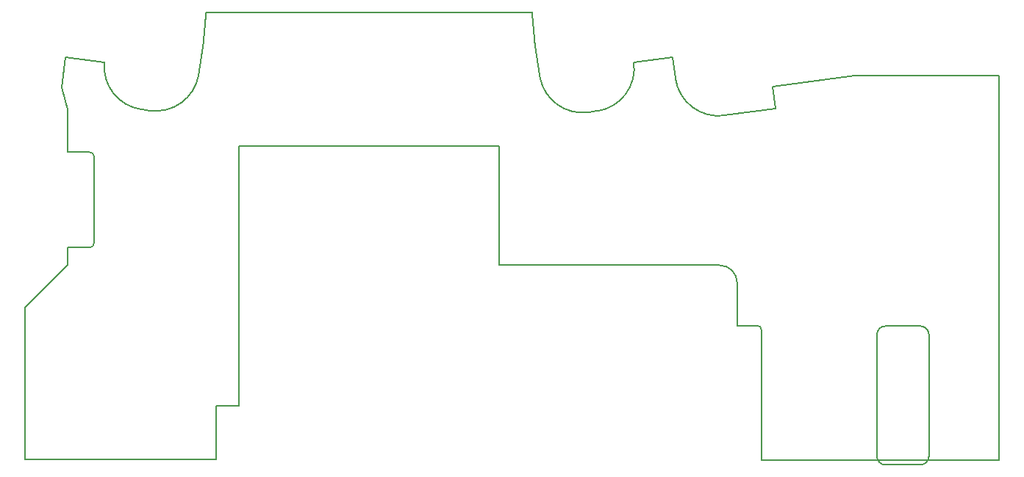
<source format=gbr>
%TF.GenerationSoftware,KiCad,Pcbnew,9.0.7*%
%TF.CreationDate,2026-01-11T19:31:30+01:00*%
%TF.ProjectId,pcb_phone_controller,7063625f-7068-46f6-9e65-5f636f6e7472,rev?*%
%TF.SameCoordinates,Original*%
%TF.FileFunction,Profile,NP*%
%FSLAX46Y46*%
G04 Gerber Fmt 4.6, Leading zero omitted, Abs format (unit mm)*
G04 Created by KiCad (PCBNEW 9.0.7) date 2026-01-11 19:31:30*
%MOMM*%
%LPD*%
G01*
G04 APERTURE LIST*
%TA.AperFunction,Profile*%
%ADD10C,0.200000*%
%TD*%
G04 APERTURE END LIST*
D10*
X176221362Y-106513175D02*
X175280050Y-106643005D01*
X124756295Y-106446124D02*
X123801999Y-106314504D01*
X165000000Y-124291938D02*
X190384124Y-124291938D01*
X118315876Y-121741937D02*
G75*
G02*
X117815876Y-122241876I-499976J37D01*
G01*
X115315876Y-122241938D02*
X117815875Y-122241938D01*
X119508681Y-100876911D02*
X115050881Y-100262071D01*
X222528629Y-102750000D02*
X222528629Y-102407617D01*
X115315876Y-106291938D02*
X114572673Y-103729248D01*
X131228928Y-95101863D02*
G75*
G02*
X130358034Y-102391595I-59344928J3392963D01*
G01*
X132350000Y-140500000D02*
X132350000Y-146700000D01*
X132350000Y-146700000D02*
X110400000Y-146700000D01*
X110400000Y-129200707D02*
X110400000Y-146700000D01*
X114572673Y-103729248D02*
X115050881Y-100262071D01*
X184949119Y-100262071D02*
X180491319Y-100876910D01*
X196504659Y-103715614D02*
X196846321Y-106192787D01*
X130358039Y-102391596D02*
G75*
G02*
X124756289Y-106446165I-4918639J898596D01*
G01*
X117815875Y-111241938D02*
G75*
G02*
X118315862Y-111741939I25J-499962D01*
G01*
X222528629Y-146800000D02*
X222528629Y-102750000D01*
X205988095Y-102407617D02*
X222250000Y-102407617D01*
X194684123Y-131241938D02*
G75*
G02*
X195184062Y-131741939I-23J-499962D01*
G01*
X135000000Y-140500000D02*
X135000000Y-110500000D01*
X169681641Y-102606559D02*
G75*
G02*
X168771067Y-95101863I58434359J10897659D01*
G01*
X192384124Y-131241938D02*
X192384124Y-126291937D01*
X222250000Y-102407617D02*
X222528629Y-102407617D01*
X115315876Y-124284831D02*
X110400000Y-129200707D01*
X175280050Y-106643005D02*
G75*
G02*
X169681650Y-102606557I-683150J4953105D01*
G01*
X115315876Y-124284831D02*
X115315876Y-122241938D01*
X115315876Y-111241938D02*
X115315876Y-106291938D01*
X194684123Y-131241938D02*
X192384124Y-131241938D01*
X135000000Y-140500000D02*
X132350000Y-140500000D01*
X118315876Y-111741938D02*
X118315876Y-121741937D01*
X196504659Y-103715614D02*
X205988095Y-102407617D01*
X165000000Y-124291938D02*
X165000000Y-110500000D01*
X123801999Y-106314504D02*
G75*
G02*
X119508619Y-100876904I683201J4953204D01*
G01*
X195184124Y-146800000D02*
X222528629Y-146800000D01*
X190927154Y-107009298D02*
G75*
G02*
X185290789Y-102739358I-683254J4953098D01*
G01*
X196846321Y-106192787D02*
X190927154Y-107009298D01*
X168771072Y-95101863D02*
X131228928Y-95101863D01*
X135000000Y-110500000D02*
X165000000Y-110500000D01*
X190384124Y-124291938D02*
G75*
G02*
X192384062Y-126291937I-24J-1999962D01*
G01*
X117815875Y-111241938D02*
X115315876Y-111241938D01*
X195184124Y-131741939D02*
X195184124Y-146800000D01*
X185290797Y-102739357D02*
X184949119Y-100262071D01*
X180491319Y-100876910D02*
G75*
G02*
X176221368Y-106513222I-4953119J-683190D01*
G01*
%TO.C,U1*%
X208481355Y-146313130D02*
X208481355Y-132313130D01*
X209481355Y-131313130D02*
X213481355Y-131313130D01*
X213481355Y-147313130D02*
X209481355Y-147313130D01*
X214481355Y-132313130D02*
X214481355Y-146313131D01*
X208481355Y-132313130D02*
G75*
G02*
X209481355Y-131313130I1000000J0D01*
G01*
X209481355Y-147313130D02*
G75*
G02*
X208481355Y-146313130I0J1000000D01*
G01*
X213481355Y-131313130D02*
G75*
G02*
X214481355Y-132313130I1J-999999D01*
G01*
X214481355Y-146313130D02*
G75*
G02*
X213481355Y-147313130I-999999J-1D01*
G01*
%TD*%
M02*

</source>
